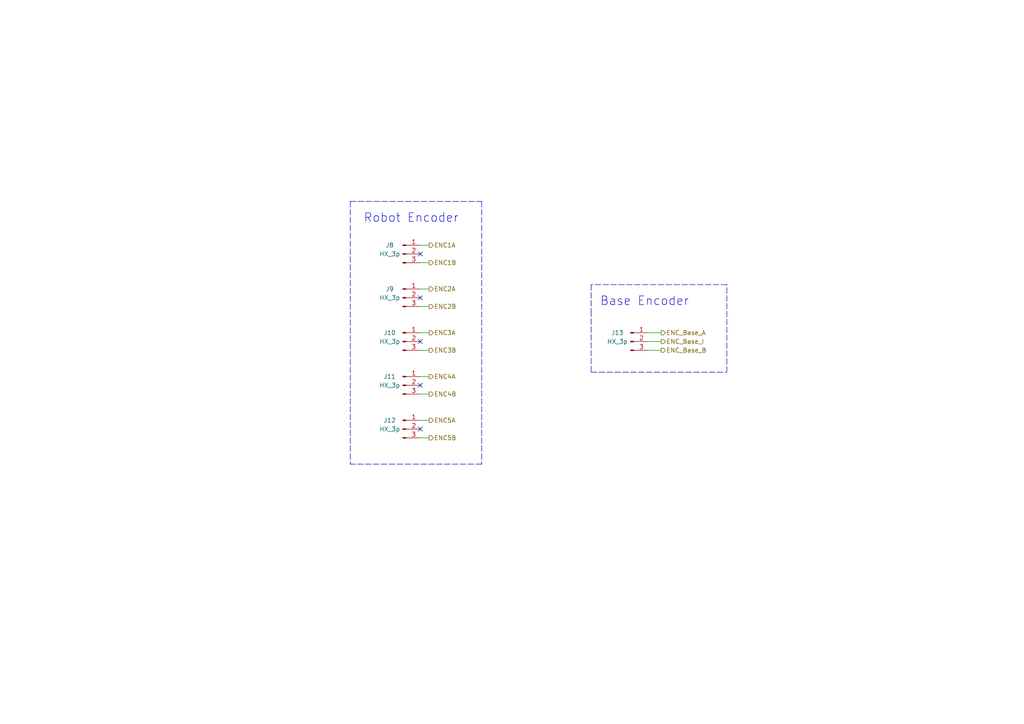
<source format=kicad_sch>
(kicad_sch (version 20211123) (generator eeschema)
  (paper "A4")
  (lib_symbols
    (symbol "Connector:Conn_01x03_Male" (pin_names (offset 1.016) hide)
      (property "Reference" "J" (at 0 5.08 0))
      (property "Value" "Conn_01x03_Male" (at 0 -5.08 0))
      (symbol "Conn_01x03_Male_1_1"
        (polyline (pts (xy 1.27 -2.54) (xy 0.8636 -2.54)) (stroke (width 0.1524)))
        (polyline (pts (xy 1.27 0) (xy 0.8636 0)) (stroke (width 0.1524)))
        (polyline (pts (xy 1.27 2.54) (xy 0.8636 2.54)) (stroke (width 0.1524)))
        (rectangle (start 0.8636 -2.413) (end 0 -2.667) (stroke (width 0.1524)) (fill (type outline)))
        (rectangle (start 0.8636 0.127) (end 0 -0.127) (stroke (width 0.1524)) (fill (type outline)))
        (rectangle (start 0.8636 2.667) (end 0 2.413) (stroke (width 0.1524)) (fill (type outline)))
        (pin passive line (at 5.08 2.54 180) (length 3.81) (name "Pin_1") (number "1"))
        (pin passive line (at 5.08 0 180) (length 3.81) (name "Pin_2") (number "2"))
        (pin passive line (at 5.08 -2.54 180) (length 3.81) (name "Pin_3") (number "3"))
      )
    )
  )
  (no_connect (at 121.92 111.76))
  (no_connect (at 121.92 124.46))
  (no_connect (at 121.92 99.06))
  (no_connect (at 121.92 73.66))
  (no_connect (at 121.92 86.36))
  (wire (pts (xy 121.92 83.82) (xy 124.46 83.82)))
  (polyline (pts (xy 210.82 82.55) (xy 171.45 82.55)))
  (wire (pts (xy 121.92 96.52) (xy 124.46 96.52)))
  (polyline (pts (xy 171.45 90.17) (xy 171.45 107.95)))
  (wire (pts (xy 121.92 101.6) (xy 124.46 101.6)))
  (wire (pts (xy 121.92 127) (xy 124.46 127)))
  (polyline (pts (xy 139.7 58.42) (xy 139.7 134.62)))
  (wire (pts (xy 187.96 101.6) (xy 191.77 101.6)))
  (polyline (pts (xy 171.45 107.95) (xy 210.82 107.95)))
  (polyline (pts (xy 139.7 134.62) (xy 101.6 134.62)))
  (polyline (pts (xy 210.82 107.95) (xy 210.82 82.55)))
  (wire (pts (xy 121.92 71.12) (xy 124.46 71.12)))
  (wire (pts (xy 187.96 96.52) (xy 191.77 96.52)))
  (polyline (pts (xy 101.6 58.42) (xy 139.7 58.42)))
  (wire (pts (xy 121.92 114.3) (xy 124.46 114.3)))
  (wire (pts (xy 121.92 121.92) (xy 124.46 121.92)))
  (polyline (pts (xy 171.45 82.55) (xy 171.45 90.17)))
  (wire (pts (xy 121.92 88.9) (xy 124.46 88.9)))
  (wire (pts (xy 187.96 99.06) (xy 191.77 99.06)))
  (wire (pts (xy 121.92 109.22) (xy 124.46 109.22)))
  (polyline (pts (xy 101.6 58.42) (xy 101.6 134.62)))
  (wire (pts (xy 121.92 76.2) (xy 124.46 76.2)))
  (text "Base Encoder" (at 173.99 88.9 0) (effects (font (size 2.5 2.5)) (justify left bottom)))
  (text "Robot Encoder" (at 105.41 64.77 0) (effects (font (size 2.5 2.5)) (justify left bottom)))
  (hierarchical_label "ENC_Base_A" (shape output) (at 191.77 96.52 0))
  (hierarchical_label "ENC5A" (shape output) (at 124.46 121.92 0))
  (hierarchical_label "ENC2B" (shape output) (at 124.46 88.9 0))
  (hierarchical_label "ENC1B" (shape output) (at 124.46 76.2 0))
  (hierarchical_label "ENC1A" (shape output) (at 124.46 71.12 0))
  (hierarchical_label "ENC_Base_I" (shape output) (at 191.77 99.06 0))
  (hierarchical_label "ENC4A" (shape output) (at 124.46 109.22 0))
  (hierarchical_label "ENC3A" (shape output) (at 124.46 96.52 0))
  (hierarchical_label "ENC4B" (shape output) (at 124.46 114.3 0))
  (hierarchical_label "ENC_Base_B" (shape output) (at 191.77 101.6 0))
  (hierarchical_label "ENC5B" (shape output) (at 124.46 127 0))
  (hierarchical_label "ENC3B" (shape output) (at 124.46 101.6 0))
  (hierarchical_label "ENC2A" (shape output) (at 124.46 83.82 0))
  (symbol (lib_id "Connector:Conn_01x03_Male") (at 116.84 73.66 0) (unit 1)
    (property "Reference" "J8" (at 113.03 71.12 0))
    (property "Value" "HX_3p" (at 113.03 73.66 0))
    (property "Footprint" "Connector_JST:JST_XH_B3B-XH-A_1x03_P2.50mm_Vertical" (effects hide))
  )
  (symbol (lib_id "Connector:Conn_01x03_Male") (at 182.88 99.06 0) (unit 1)
    (property "Reference" "J13" (at 179.07 96.52 0))
    (property "Value" "HX_3p" (at 179.07 99.06 0))
    (property "Footprint" "Connector_JST:JST_XH_B3B-XH-A_1x03_P2.50mm_Vertical" (effects hide))
  )
  (symbol (lib_id "Connector:Conn_01x03_Male") (at 116.84 124.46 0) (unit 1)
    (property "Reference" "J12" (at 113.03 121.92 0))
    (property "Value" "HX_3p" (at 113.03 124.46 0))
    (property "Footprint" "Connector_JST:JST_XH_B3B-XH-A_1x03_P2.50mm_Vertical" (effects hide))
  )
  (symbol (lib_id "Connector:Conn_01x03_Male") (at 116.84 86.36 0) (unit 1)
    (property "Reference" "J9" (at 113.03 83.82 0))
    (property "Value" "HX_3p" (at 113.03 86.36 0))
    (property "Footprint" "Connector_JST:JST_XH_B3B-XH-A_1x03_P2.50mm_Vertical" (effects hide))
  )
  (symbol (lib_id "Connector:Conn_01x03_Male") (at 116.84 99.06 0) (unit 1)
    (property "Reference" "J10" (at 113.03 96.52 0))
    (property "Value" "HX_3p" (at 113.03 99.06 0))
    (property "Footprint" "Connector_JST:JST_XH_B3B-XH-A_1x03_P2.50mm_Vertical" (effects hide))
  )
  (symbol (lib_id "Connector:Conn_01x03_Male") (at 116.84 111.76 0) (unit 1)
    (property "Reference" "J11" (at 113.03 109.22 0))
    (property "Value" "HX_3p" (at 113.03 111.76 0))
    (property "Footprint" "Connector_JST:JST_XH_B3B-XH-A_1x03_P2.50mm_Vertical" (effects hide))
  )
)
</source>
